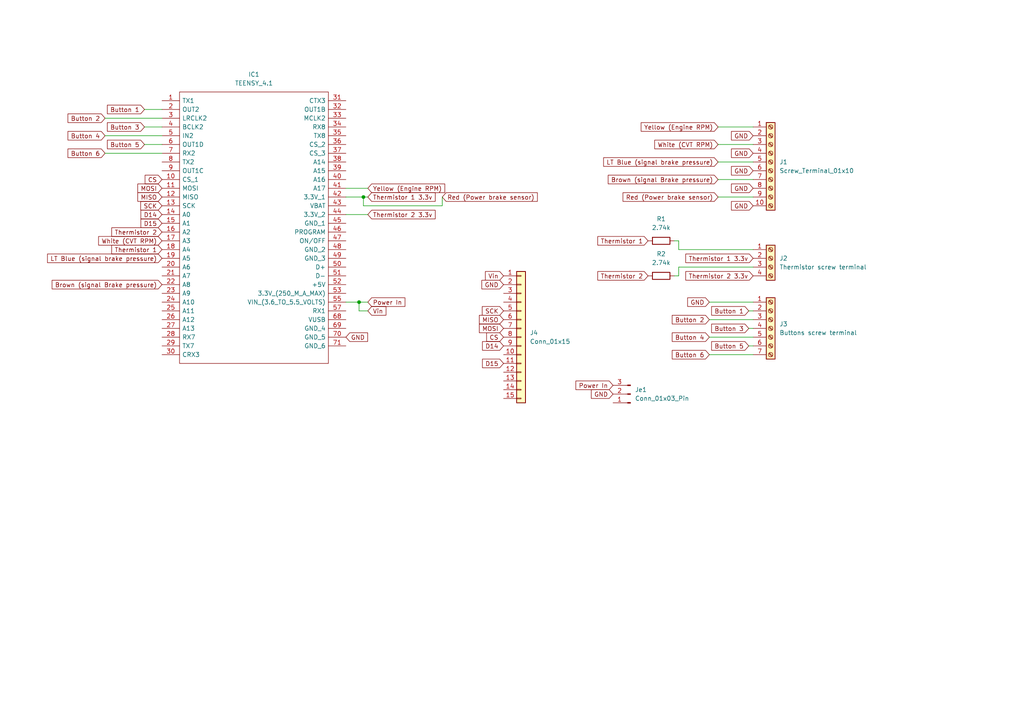
<source format=kicad_sch>
(kicad_sch (version 20230121) (generator eeschema)

  (uuid ec31f49f-cb54-453a-b768-985f77bce1db)

  (paper "A4")

  (lib_symbols
    (symbol "Connector:Conn_01x03_Pin" (pin_names (offset 1.016) hide) (in_bom yes) (on_board yes)
      (property "Reference" "J" (at 0 5.08 0)
        (effects (font (size 1.27 1.27)))
      )
      (property "Value" "Conn_01x03_Pin" (at 0 -5.08 0)
        (effects (font (size 1.27 1.27)))
      )
      (property "Footprint" "" (at 0 0 0)
        (effects (font (size 1.27 1.27)) hide)
      )
      (property "Datasheet" "~" (at 0 0 0)
        (effects (font (size 1.27 1.27)) hide)
      )
      (property "ki_locked" "" (at 0 0 0)
        (effects (font (size 1.27 1.27)))
      )
      (property "ki_keywords" "connector" (at 0 0 0)
        (effects (font (size 1.27 1.27)) hide)
      )
      (property "ki_description" "Generic connector, single row, 01x03, script generated" (at 0 0 0)
        (effects (font (size 1.27 1.27)) hide)
      )
      (property "ki_fp_filters" "Connector*:*_1x??_*" (at 0 0 0)
        (effects (font (size 1.27 1.27)) hide)
      )
      (symbol "Conn_01x03_Pin_1_1"
        (polyline
          (pts
            (xy 1.27 -2.54)
            (xy 0.8636 -2.54)
          )
          (stroke (width 0.1524) (type default))
          (fill (type none))
        )
        (polyline
          (pts
            (xy 1.27 0)
            (xy 0.8636 0)
          )
          (stroke (width 0.1524) (type default))
          (fill (type none))
        )
        (polyline
          (pts
            (xy 1.27 2.54)
            (xy 0.8636 2.54)
          )
          (stroke (width 0.1524) (type default))
          (fill (type none))
        )
        (rectangle (start 0.8636 -2.413) (end 0 -2.667)
          (stroke (width 0.1524) (type default))
          (fill (type outline))
        )
        (rectangle (start 0.8636 0.127) (end 0 -0.127)
          (stroke (width 0.1524) (type default))
          (fill (type outline))
        )
        (rectangle (start 0.8636 2.667) (end 0 2.413)
          (stroke (width 0.1524) (type default))
          (fill (type outline))
        )
        (pin passive line (at 5.08 2.54 180) (length 3.81)
          (name "Pin_1" (effects (font (size 1.27 1.27))))
          (number "1" (effects (font (size 1.27 1.27))))
        )
        (pin passive line (at 5.08 0 180) (length 3.81)
          (name "Pin_2" (effects (font (size 1.27 1.27))))
          (number "2" (effects (font (size 1.27 1.27))))
        )
        (pin passive line (at 5.08 -2.54 180) (length 3.81)
          (name "Pin_3" (effects (font (size 1.27 1.27))))
          (number "3" (effects (font (size 1.27 1.27))))
        )
      )
    )
    (symbol "Connector:Screw_Terminal_01x04" (pin_names (offset 1.016) hide) (in_bom yes) (on_board yes)
      (property "Reference" "J2" (at 2.54 0 0)
        (effects (font (size 1.27 1.27)) (justify left))
      )
      (property "Value" "Thermistor screw terminal" (at 2.54 -2.54 0)
        (effects (font (size 1.27 1.27)) (justify left))
      )
      (property "Footprint" "Connector_PinSocket_2.54mm:PinSocket_1x04_P2.54mm_Vertical" (at 0 0 0)
        (effects (font (size 1.27 1.27)) hide)
      )
      (property "Datasheet" "~" (at 0 0 0)
        (effects (font (size 1.27 1.27)) hide)
      )
      (property "ki_keywords" "screw terminal" (at 0 0 0)
        (effects (font (size 1.27 1.27)) hide)
      )
      (property "ki_description" "Generic screw terminal, single row, 01x04, script generated (kicad-library-utils/schlib/autogen/connector/)" (at 0 0 0)
        (effects (font (size 1.27 1.27)) hide)
      )
      (property "ki_fp_filters" "TerminalBlock*:*" (at 0 0 0)
        (effects (font (size 1.27 1.27)) hide)
      )
      (symbol "Screw_Terminal_01x04_1_1"
        (rectangle (start -1.27 3.81) (end 1.27 -6.35)
          (stroke (width 0.254) (type default))
          (fill (type background))
        )
        (circle (center 0 -5.08) (radius 0.635)
          (stroke (width 0.1524) (type default))
          (fill (type none))
        )
        (circle (center 0 -2.54) (radius 0.635)
          (stroke (width 0.1524) (type default))
          (fill (type none))
        )
        (polyline
          (pts
            (xy -0.5334 -4.7498)
            (xy 0.3302 -5.588)
          )
          (stroke (width 0.1524) (type default))
          (fill (type none))
        )
        (polyline
          (pts
            (xy -0.5334 -2.2098)
            (xy 0.3302 -3.048)
          )
          (stroke (width 0.1524) (type default))
          (fill (type none))
        )
        (polyline
          (pts
            (xy -0.5334 0.3302)
            (xy 0.3302 -0.508)
          )
          (stroke (width 0.1524) (type default))
          (fill (type none))
        )
        (polyline
          (pts
            (xy -0.5334 2.8702)
            (xy 0.3302 2.032)
          )
          (stroke (width 0.1524) (type default))
          (fill (type none))
        )
        (polyline
          (pts
            (xy -0.3556 -4.572)
            (xy 0.508 -5.4102)
          )
          (stroke (width 0.1524) (type default))
          (fill (type none))
        )
        (polyline
          (pts
            (xy -0.3556 -2.032)
            (xy 0.508 -2.8702)
          )
          (stroke (width 0.1524) (type default))
          (fill (type none))
        )
        (polyline
          (pts
            (xy -0.3556 0.508)
            (xy 0.508 -0.3302)
          )
          (stroke (width 0.1524) (type default))
          (fill (type none))
        )
        (polyline
          (pts
            (xy -0.3556 3.048)
            (xy 0.508 2.2098)
          )
          (stroke (width 0.1524) (type default))
          (fill (type none))
        )
        (circle (center 0 0) (radius 0.635)
          (stroke (width 0.1524) (type default))
          (fill (type none))
        )
        (circle (center 0 2.54) (radius 0.635)
          (stroke (width 0.1524) (type default))
          (fill (type none))
        )
        (pin passive line (at -5.08 2.54 0) (length 3.81)
          (name "Pin_1" (effects (font (size 1.27 1.27))))
          (number "1" (effects (font (size 1.27 1.27))))
        )
        (pin passive line (at -5.08 0 0) (length 3.81)
          (name "Pin_2" (effects (font (size 1.27 1.27))))
          (number "2" (effects (font (size 1.27 1.27))))
        )
        (pin passive line (at -5.08 -2.54 0) (length 3.81)
          (name "Pin_3" (effects (font (size 1.27 1.27))))
          (number "3" (effects (font (size 1.27 1.27))))
        )
        (pin passive line (at -5.08 -5.08 0) (length 3.81)
          (name "Pin_4" (effects (font (size 1.27 1.27))))
          (number "4" (effects (font (size 1.27 1.27))))
        )
      )
    )
    (symbol "Connector:Screw_Terminal_01x07" (pin_names (offset 1.016) hide) (in_bom yes) (on_board yes)
      (property "Reference" "J3" (at 2.54 1.27 0)
        (effects (font (size 1.27 1.27)) (justify left))
      )
      (property "Value" "Buttons screw terminal" (at 2.54 -1.27 0)
        (effects (font (size 1.27 1.27)) (justify left))
      )
      (property "Footprint" "Connector_PinSocket_2.54mm:PinSocket_1x07_P2.54mm_Vertical" (at 0 0 0)
        (effects (font (size 1.27 1.27)) hide)
      )
      (property "Datasheet" "~" (at 0 0 0)
        (effects (font (size 1.27 1.27)) hide)
      )
      (property "ki_keywords" "screw terminal" (at 0 0 0)
        (effects (font (size 1.27 1.27)) hide)
      )
      (property "ki_description" "Generic screw terminal, single row, 01x07, script generated (kicad-library-utils/schlib/autogen/connector/)" (at 0 0 0)
        (effects (font (size 1.27 1.27)) hide)
      )
      (property "ki_fp_filters" "TerminalBlock*:*" (at 0 0 0)
        (effects (font (size 1.27 1.27)) hide)
      )
      (symbol "Screw_Terminal_01x07_1_1"
        (rectangle (start -1.27 8.89) (end 1.27 -8.89)
          (stroke (width 0.254) (type default))
          (fill (type background))
        )
        (circle (center 0 -7.62) (radius 0.635)
          (stroke (width 0.1524) (type default))
          (fill (type none))
        )
        (circle (center 0 -5.08) (radius 0.635)
          (stroke (width 0.1524) (type default))
          (fill (type none))
        )
        (circle (center 0 -2.54) (radius 0.635)
          (stroke (width 0.1524) (type default))
          (fill (type none))
        )
        (polyline
          (pts
            (xy -0.5334 -7.2898)
            (xy 0.3302 -8.128)
          )
          (stroke (width 0.1524) (type default))
          (fill (type none))
        )
        (polyline
          (pts
            (xy -0.5334 -4.7498)
            (xy 0.3302 -5.588)
          )
          (stroke (width 0.1524) (type default))
          (fill (type none))
        )
        (polyline
          (pts
            (xy -0.5334 -2.2098)
            (xy 0.3302 -3.048)
          )
          (stroke (width 0.1524) (type default))
          (fill (type none))
        )
        (polyline
          (pts
            (xy -0.5334 0.3302)
            (xy 0.3302 -0.508)
          )
          (stroke (width 0.1524) (type default))
          (fill (type none))
        )
        (polyline
          (pts
            (xy -0.5334 2.8702)
            (xy 0.3302 2.032)
          )
          (stroke (width 0.1524) (type default))
          (fill (type none))
        )
        (polyline
          (pts
            (xy -0.5334 5.4102)
            (xy 0.3302 4.572)
          )
          (stroke (width 0.1524) (type default))
          (fill (type none))
        )
        (polyline
          (pts
            (xy -0.5334 7.9502)
            (xy 0.3302 7.112)
          )
          (stroke (width 0.1524) (type default))
          (fill (type none))
        )
        (polyline
          (pts
            (xy -0.3556 -7.112)
            (xy 0.508 -7.9502)
          )
          (stroke (width 0.1524) (type default))
          (fill (type none))
        )
        (polyline
          (pts
            (xy -0.3556 -4.572)
            (xy 0.508 -5.4102)
          )
          (stroke (width 0.1524) (type default))
          (fill (type none))
        )
        (polyline
          (pts
            (xy -0.3556 -2.032)
            (xy 0.508 -2.8702)
          )
          (stroke (width 0.1524) (type default))
          (fill (type none))
        )
        (polyline
          (pts
            (xy -0.3556 0.508)
            (xy 0.508 -0.3302)
          )
          (stroke (width 0.1524) (type default))
          (fill (type none))
        )
        (polyline
          (pts
            (xy -0.3556 3.048)
            (xy 0.508 2.2098)
          )
          (stroke (width 0.1524) (type default))
          (fill (type none))
        )
        (polyline
          (pts
            (xy -0.3556 5.588)
            (xy 0.508 4.7498)
          )
          (stroke (width 0.1524) (type default))
          (fill (type none))
        )
        (polyline
          (pts
            (xy -0.3556 8.128)
            (xy 0.508 7.2898)
          )
          (stroke (width 0.1524) (type default))
          (fill (type none))
        )
        (circle (center 0 0) (radius 0.635)
          (stroke (width 0.1524) (type default))
          (fill (type none))
        )
        (circle (center 0 2.54) (radius 0.635)
          (stroke (width 0.1524) (type default))
          (fill (type none))
        )
        (circle (center 0 5.08) (radius 0.635)
          (stroke (width 0.1524) (type default))
          (fill (type none))
        )
        (circle (center 0 7.62) (radius 0.635)
          (stroke (width 0.1524) (type default))
          (fill (type none))
        )
        (pin passive line (at -5.08 7.62 0) (length 3.81)
          (name "Pin_1" (effects (font (size 1.27 1.27))))
          (number "1" (effects (font (size 1.27 1.27))))
        )
        (pin passive line (at -5.08 5.08 0) (length 3.81)
          (name "Pin_2" (effects (font (size 1.27 1.27))))
          (number "2" (effects (font (size 1.27 1.27))))
        )
        (pin passive line (at -5.08 2.54 0) (length 3.81)
          (name "Pin_3" (effects (font (size 1.27 1.27))))
          (number "3" (effects (font (size 1.27 1.27))))
        )
        (pin passive line (at -5.08 0 0) (length 3.81)
          (name "Pin_4" (effects (font (size 1.27 1.27))))
          (number "4" (effects (font (size 1.27 1.27))))
        )
        (pin passive line (at -5.08 -2.54 0) (length 3.81)
          (name "Pin_5" (effects (font (size 1.27 1.27))))
          (number "5" (effects (font (size 1.27 1.27))))
        )
        (pin passive line (at -5.08 -5.08 0) (length 3.81)
          (name "Pin_6" (effects (font (size 1.27 1.27))))
          (number "6" (effects (font (size 1.27 1.27))))
        )
        (pin passive line (at -5.08 -7.62 0) (length 3.81)
          (name "Pin_7" (effects (font (size 1.27 1.27))))
          (number "7" (effects (font (size 1.27 1.27))))
        )
      )
    )
    (symbol "Connector:Screw_Terminal_01x10" (pin_names (offset 1.016) hide) (in_bom yes) (on_board yes)
      (property "Reference" "J1" (at 2.54 0 0)
        (effects (font (size 1.27 1.27)) (justify left))
      )
      (property "Value" "Screw_Terminal_01x10" (at 2.54 -2.54 0)
        (effects (font (size 1.27 1.27)) (justify left))
      )
      (property "Footprint" "Connector_PinHeader_2.54mm:PinHeader_1x10_P2.54mm_Vertical" (at 2.54 -15.24 0)
        (effects (font (size 1.27 1.27)) hide)
      )
      (property "Datasheet" "~" (at 0 0 0)
        (effects (font (size 1.27 1.27)) hide)
      )
      (property "ki_keywords" "screw terminal" (at 0 0 0)
        (effects (font (size 1.27 1.27)) hide)
      )
      (property "ki_description" "Generic screw terminal, single row, 01x10, script generated (kicad-library-utils/schlib/autogen/connector/)" (at 0 0 0)
        (effects (font (size 1.27 1.27)) hide)
      )
      (property "ki_fp_filters" "TerminalBlock*:*" (at 0 0 0)
        (effects (font (size 1.27 1.27)) hide)
      )
      (symbol "Screw_Terminal_01x10_1_1"
        (rectangle (start -1.27 11.43) (end 1.27 -13.97)
          (stroke (width 0.254) (type default))
          (fill (type background))
        )
        (circle (center 0 -12.7) (radius 0.635)
          (stroke (width 0.1524) (type default))
          (fill (type none))
        )
        (circle (center 0 -10.16) (radius 0.635)
          (stroke (width 0.1524) (type default))
          (fill (type none))
        )
        (circle (center 0 -7.62) (radius 0.635)
          (stroke (width 0.1524) (type default))
          (fill (type none))
        )
        (circle (center 0 -5.08) (radius 0.635)
          (stroke (width 0.1524) (type default))
          (fill (type none))
        )
        (circle (center 0 -2.54) (radius 0.635)
          (stroke (width 0.1524) (type default))
          (fill (type none))
        )
        (polyline
          (pts
            (xy -0.5334 -12.3698)
            (xy 0.3302 -13.208)
          )
          (stroke (width 0.1524) (type default))
          (fill (type none))
        )
        (polyline
          (pts
            (xy -0.5334 -9.8298)
            (xy 0.3302 -10.668)
          )
          (stroke (width 0.1524) (type default))
          (fill (type none))
        )
        (polyline
          (pts
            (xy -0.5334 -7.2898)
            (xy 0.3302 -8.128)
          )
          (stroke (width 0.1524) (type default))
          (fill (type none))
        )
        (polyline
          (pts
            (xy -0.5334 -4.7498)
            (xy 0.3302 -5.588)
          )
          (stroke (width 0.1524) (type default))
          (fill (type none))
        )
        (polyline
          (pts
            (xy -0.5334 -2.2098)
            (xy 0.3302 -3.048)
          )
          (stroke (width 0.1524) (type default))
          (fill (type none))
        )
        (polyline
          (pts
            (xy -0.5334 0.3302)
            (xy 0.3302 -0.508)
          )
          (stroke (width 0.1524) (type default))
          (fill (type none))
        )
        (polyline
          (pts
            (xy -0.5334 2.8702)
            (xy 0.3302 2.032)
          )
          (stroke (width 0.1524) (type default))
          (fill (type none))
        )
        (polyline
          (pts
            (xy -0.5334 5.4102)
            (xy 0.3302 4.572)
          )
          (stroke (width 0.1524) (type default))
          (fill (type none))
        )
        (polyline
          (pts
            (xy -0.5334 7.9502)
            (xy 0.3302 7.112)
          )
          (stroke (width 0.1524) (type default))
          (fill (type none))
        )
        (polyline
          (pts
            (xy -0.5334 10.4902)
            (xy 0.3302 9.652)
          )
          (stroke (width 0.1524) (type default))
          (fill (type none))
        )
        (polyline
          (pts
            (xy -0.3556 -12.192)
            (xy 0.508 -13.0302)
          )
          (stroke (width 0.1524) (type default))
          (fill (type none))
        )
        (polyline
          (pts
            (xy -0.3556 -9.652)
            (xy 0.508 -10.4902)
          )
          (stroke (width 0.1524) (type default))
          (fill (type none))
        )
        (polyline
          (pts
            (xy -0.3556 -7.112)
            (xy 0.508 -7.9502)
          )
          (stroke (width 0.1524) (type default))
          (fill (type none))
        )
        (polyline
          (pts
            (xy -0.3556 -4.572)
            (xy 0.508 -5.4102)
          )
          (stroke (width 0.1524) (type default))
          (fill (type none))
        )
        (polyline
          (pts
            (xy -0.3556 -2.032)
            (xy 0.508 -2.8702)
          )
          (stroke (width 0.1524) (type default))
          (fill (type none))
        )
        (polyline
          (pts
            (xy -0.3556 0.508)
            (xy 0.508 -0.3302)
          )
          (stroke (width 0.1524) (type default))
          (fill (type none))
        )
        (polyline
          (pts
            (xy -0.3556 3.048)
            (xy 0.508 2.2098)
          )
          (stroke (width 0.1524) (type default))
          (fill (type none))
        )
        (polyline
          (pts
            (xy -0.3556 5.588)
            (xy 0.508 4.7498)
          )
          (stroke (width 0.1524) (type default))
          (fill (type none))
        )
        (polyline
          (pts
            (xy -0.3556 8.128)
            (xy 0.508 7.2898)
          )
          (stroke (width 0.1524) (type default))
          (fill (type none))
        )
        (polyline
          (pts
            (xy -0.3556 10.668)
            (xy 0.508 9.8298)
          )
          (stroke (width 0.1524) (type default))
          (fill (type none))
        )
        (circle (center 0 0) (radius 0.635)
          (stroke (width 0.1524) (type default))
          (fill (type none))
        )
        (circle (center 0 2.54) (radius 0.635)
          (stroke (width 0.1524) (type default))
          (fill (type none))
        )
        (circle (center 0 5.08) (radius 0.635)
          (stroke (width 0.1524) (type default))
          (fill (type none))
        )
        (circle (center 0 7.62) (radius 0.635)
          (stroke (width 0.1524) (type default))
          (fill (type none))
        )
        (circle (center 0 10.16) (radius 0.635)
          (stroke (width 0.1524) (type default))
          (fill (type none))
        )
        (pin passive line (at -5.08 10.16 0) (length 3.81)
          (name "Pin_1" (effects (font (size 1.27 1.27))))
          (number "1" (effects (font (size 1.27 1.27))))
        )
        (pin passive line (at -5.08 -12.7 0) (length 3.81)
          (name "Pin_10" (effects (font (size 1.27 1.27))))
          (number "10" (effects (font (size 1.27 1.27))))
        )
        (pin passive line (at -5.08 7.62 0) (length 3.81)
          (name "Pin_2" (effects (font (size 1.27 1.27))))
          (number "2" (effects (font (size 1.27 1.27))))
        )
        (pin passive line (at -5.08 5.08 0) (length 3.81)
          (name "Pin_3" (effects (font (size 1.27 1.27))))
          (number "3" (effects (font (size 1.27 1.27))))
        )
        (pin passive line (at -5.08 2.54 0) (length 3.81)
          (name "Pin_4" (effects (font (size 1.27 1.27))))
          (number "4" (effects (font (size 1.27 1.27))))
        )
        (pin passive line (at -5.08 0 0) (length 3.81)
          (name "Pin_5" (effects (font (size 1.27 1.27))))
          (number "5" (effects (font (size 1.27 1.27))))
        )
        (pin passive line (at -5.08 -2.54 0) (length 3.81)
          (name "Pin_6" (effects (font (size 1.27 1.27))))
          (number "6" (effects (font (size 1.27 1.27))))
        )
        (pin passive line (at -5.08 -5.08 0) (length 3.81)
          (name "Pin_7" (effects (font (size 1.27 1.27))))
          (number "7" (effects (font (size 1.27 1.27))))
        )
        (pin passive line (at -5.08 -7.62 0) (length 3.81)
          (name "Pin_8" (effects (font (size 1.27 1.27))))
          (number "8" (effects (font (size 1.27 1.27))))
        )
        (pin passive line (at -5.08 -10.16 0) (length 3.81)
          (name "Pin_9" (effects (font (size 1.27 1.27))))
          (number "9" (effects (font (size 1.27 1.27))))
        )
      )
    )
    (symbol "Connector_Generic:Conn_01x15" (pin_names (offset 1.016) hide) (in_bom yes) (on_board yes)
      (property "Reference" "J4" (at 2.54 1.27 0)
        (effects (font (size 1.27 1.27)) (justify left))
      )
      (property "Value" "Conn_01x15" (at 2.54 -1.27 0)
        (effects (font (size 1.27 1.27)) (justify left))
      )
      (property "Footprint" "Connector_PinSocket_2.54mm:PinSocket_1x15_P2.54mm_Vertical" (at 0 0 0)
        (effects (font (size 1.27 1.27)) hide)
      )
      (property "Datasheet" "~" (at 0 0 0)
        (effects (font (size 1.27 1.27)) hide)
      )
      (property "ki_keywords" "connector" (at 0 0 0)
        (effects (font (size 1.27 1.27)) hide)
      )
      (property "ki_description" "Generic connector, single row, 01x15, script generated (kicad-library-utils/schlib/autogen/connector/)" (at 0 0 0)
        (effects (font (size 1.27 1.27)) hide)
      )
      (property "ki_fp_filters" "Connector*:*_1x??_*" (at 0 0 0)
        (effects (font (size 1.27 1.27)) hide)
      )
      (symbol "Conn_01x15_1_1"
        (rectangle (start -1.27 -17.653) (end 0 -17.907)
          (stroke (width 0.1524) (type default))
          (fill (type none))
        )
        (rectangle (start -1.27 -15.113) (end 0 -15.367)
          (stroke (width 0.1524) (type default))
          (fill (type none))
        )
        (rectangle (start -1.27 -12.573) (end 0 -12.827)
          (stroke (width 0.1524) (type default))
          (fill (type none))
        )
        (rectangle (start -1.27 -10.033) (end 0 -10.287)
          (stroke (width 0.1524) (type default))
          (fill (type none))
        )
        (rectangle (start -1.27 -7.493) (end 0 -7.747)
          (stroke (width 0.1524) (type default))
          (fill (type none))
        )
        (rectangle (start -1.27 -4.953) (end 0 -5.207)
          (stroke (width 0.1524) (type default))
          (fill (type none))
        )
        (rectangle (start -1.27 -2.413) (end 0 -2.667)
          (stroke (width 0.1524) (type default))
          (fill (type none))
        )
        (rectangle (start -1.27 0.127) (end 0 -0.127)
          (stroke (width 0.1524) (type default))
          (fill (type none))
        )
        (rectangle (start -1.27 2.667) (end 0 2.413)
          (stroke (width 0.1524) (type default))
          (fill (type none))
        )
        (rectangle (start -1.27 5.207) (end 0 4.953)
          (stroke (width 0.1524) (type default))
          (fill (type none))
        )
        (rectangle (start -1.27 7.747) (end 0 7.493)
          (stroke (width 0.1524) (type default))
          (fill (type none))
        )
        (rectangle (start -1.27 10.287) (end 0 10.033)
          (stroke (width 0.1524) (type default))
          (fill (type none))
        )
        (rectangle (start -1.27 12.827) (end 0 12.573)
          (stroke (width 0.1524) (type default))
          (fill (type none))
        )
        (rectangle (start -1.27 15.367) (end 0 15.113)
          (stroke (width 0.1524) (type default))
          (fill (type none))
        )
        (rectangle (start -1.27 17.907) (end 0 17.653)
          (stroke (width 0.1524) (type default))
          (fill (type none))
        )
        (rectangle (start -1.27 19.05) (end 1.27 -19.05)
          (stroke (width 0.254) (type default))
          (fill (type background))
        )
        (pin passive line (at -5.08 17.78 0) (length 3.81)
          (name "Pin_1" (effects (font (size 1.27 1.27))))
          (number "1" (effects (font (size 1.27 1.27))))
        )
        (pin passive line (at -5.08 -5.08 0) (length 3.81)
          (name "Pin_10" (effects (font (size 1.27 1.27))))
          (number "10" (effects (font (size 1.27 1.27))))
        )
        (pin passive line (at -5.08 -7.62 0) (length 3.81)
          (name "Pin_11" (effects (font (size 1.27 1.27))))
          (number "11" (effects (font (size 1.27 1.27))))
        )
        (pin passive line (at -5.08 -10.16 0) (length 3.81)
          (name "Pin_12" (effects (font (size 1.27 1.27))))
          (number "12" (effects (font (size 1.27 1.27))))
        )
        (pin passive line (at -5.08 -12.7 0) (length 3.81)
          (name "Pin_13" (effects (font (size 1.27 1.27))))
          (number "13" (effects (font (size 1.27 1.27))))
        )
        (pin passive line (at -5.08 -15.24 0) (length 3.81)
          (name "Pin_14" (effects (font (size 1.27 1.27))))
          (number "14" (effects (font (size 1.27 1.27))))
        )
        (pin passive line (at -5.08 -17.78 0) (length 3.81)
          (name "Pin_15" (effects (font (size 1.27 1.27))))
          (number "15" (effects (font (size 1.27 1.27))))
        )
        (pin passive line (at -5.08 15.24 0) (length 3.81)
          (name "Pin_2" (effects (font (size 1.27 1.27))))
          (number "2" (effects (font (size 1.27 1.27))))
        )
        (pin passive line (at -5.08 12.7 0) (length 3.81)
          (name "Pin_3" (effects (font (size 1.27 1.27))))
          (number "3" (effects (font (size 1.27 1.27))))
        )
        (pin passive line (at -5.08 10.16 0) (length 3.81)
          (name "Pin_4" (effects (font (size 1.27 1.27))))
          (number "4" (effects (font (size 1.27 1.27))))
        )
        (pin passive line (at -5.08 7.62 0) (length 3.81)
          (name "Pin_5" (effects (font (size 1.27 1.27))))
          (number "5" (effects (font (size 1.27 1.27))))
        )
        (pin passive line (at -5.08 5.08 0) (length 3.81)
          (name "Pin_6" (effects (font (size 1.27 1.27))))
          (number "6" (effects (font (size 1.27 1.27))))
        )
        (pin passive line (at -5.08 2.54 0) (length 3.81)
          (name "Pin_7" (effects (font (size 1.27 1.27))))
          (number "7" (effects (font (size 1.27 1.27))))
        )
        (pin passive line (at -5.08 0 0) (length 3.81)
          (name "Pin_8" (effects (font (size 1.27 1.27))))
          (number "8" (effects (font (size 1.27 1.27))))
        )
        (pin passive line (at -5.08 -2.54 0) (length 3.81)
          (name "Pin_9" (effects (font (size 1.27 1.27))))
          (number "9" (effects (font (size 1.27 1.27))))
        )
      )
    )
    (symbol "DAQ Parts:TEENSY_4.1" (pin_names (offset 0.762)) (in_bom yes) (on_board yes)
      (property "Reference" "IC" (at 49.53 7.62 0)
        (effects (font (size 1.27 1.27)) (justify left))
      )
      (property "Value" "TEENSY_4.1" (at 49.53 5.08 0)
        (effects (font (size 1.27 1.27)) (justify left))
      )
      (property "Footprint" "PARTS FOR DAQ:TEENSY41" (at 49.53 2.54 0)
        (effects (font (size 1.27 1.27)) (justify left) hide)
      )
      (property "Datasheet" "https://www.pjrc.com/store/teensy41.html" (at 49.53 0 0)
        (effects (font (size 1.27 1.27)) (justify left) hide)
      )
      (property "Description" "Teensy 4.1 Development Board" (at 49.53 -2.54 0)
        (effects (font (size 1.27 1.27)) (justify left) hide)
      )
      (property "Height" "" (at 49.53 -5.08 0)
        (effects (font (size 1.27 1.27)) (justify left) hide)
      )
      (property "Manufacturer_Name" "PJRC" (at 49.53 -7.62 0)
        (effects (font (size 1.27 1.27)) (justify left) hide)
      )
      (property "Manufacturer_Part_Number" "TEENSY 4.1" (at 49.53 -10.16 0)
        (effects (font (size 1.27 1.27)) (justify left) hide)
      )
      (property "Mouser Part Number" "" (at 49.53 -12.7 0)
        (effects (font (size 1.27 1.27)) (justify left) hide)
      )
      (property "Mouser Price/Stock" "" (at 49.53 -15.24 0)
        (effects (font (size 1.27 1.27)) (justify left) hide)
      )
      (property "Arrow Part Number" "" (at 49.53 -17.78 0)
        (effects (font (size 1.27 1.27)) (justify left) hide)
      )
      (property "Arrow Price/Stock" "" (at 49.53 -20.32 0)
        (effects (font (size 1.27 1.27)) (justify left) hide)
      )
      (property "ki_description" "Teensy 4.1 Development Board" (at 0 0 0)
        (effects (font (size 1.27 1.27)) hide)
      )
      (symbol "TEENSY_4.1_0_0"
        (pin passive line (at 0 0 0) (length 5.08)
          (name "TX1" (effects (font (size 1.27 1.27))))
          (number "1" (effects (font (size 1.27 1.27))))
        )
        (pin passive line (at 0 -22.86 0) (length 5.08)
          (name "CS_1" (effects (font (size 1.27 1.27))))
          (number "10" (effects (font (size 1.27 1.27))))
        )
        (pin passive line (at 0 -25.4 0) (length 5.08)
          (name "MOSI" (effects (font (size 1.27 1.27))))
          (number "11" (effects (font (size 1.27 1.27))))
        )
        (pin passive line (at 0 -27.94 0) (length 5.08)
          (name "MISO" (effects (font (size 1.27 1.27))))
          (number "12" (effects (font (size 1.27 1.27))))
        )
        (pin passive line (at 0 -30.48 0) (length 5.08)
          (name "SCK" (effects (font (size 1.27 1.27))))
          (number "13" (effects (font (size 1.27 1.27))))
        )
        (pin passive line (at 0 -33.02 0) (length 5.08)
          (name "A0" (effects (font (size 1.27 1.27))))
          (number "14" (effects (font (size 1.27 1.27))))
        )
        (pin passive line (at 0 -35.56 0) (length 5.08)
          (name "A1" (effects (font (size 1.27 1.27))))
          (number "15" (effects (font (size 1.27 1.27))))
        )
        (pin passive line (at 0 -38.1 0) (length 5.08)
          (name "A2" (effects (font (size 1.27 1.27))))
          (number "16" (effects (font (size 1.27 1.27))))
        )
        (pin passive line (at 0 -40.64 0) (length 5.08)
          (name "A3" (effects (font (size 1.27 1.27))))
          (number "17" (effects (font (size 1.27 1.27))))
        )
        (pin passive line (at 0 -43.18 0) (length 5.08)
          (name "A4" (effects (font (size 1.27 1.27))))
          (number "18" (effects (font (size 1.27 1.27))))
        )
        (pin passive line (at 0 -45.72 0) (length 5.08)
          (name "A5" (effects (font (size 1.27 1.27))))
          (number "19" (effects (font (size 1.27 1.27))))
        )
        (pin passive line (at 0 -2.54 0) (length 5.08)
          (name "OUT2" (effects (font (size 1.27 1.27))))
          (number "2" (effects (font (size 1.27 1.27))))
        )
        (pin passive line (at 0 -48.26 0) (length 5.08)
          (name "A6" (effects (font (size 1.27 1.27))))
          (number "20" (effects (font (size 1.27 1.27))))
        )
        (pin passive line (at 0 -50.8 0) (length 5.08)
          (name "A7" (effects (font (size 1.27 1.27))))
          (number "21" (effects (font (size 1.27 1.27))))
        )
        (pin passive line (at 0 -53.34 0) (length 5.08)
          (name "A8" (effects (font (size 1.27 1.27))))
          (number "22" (effects (font (size 1.27 1.27))))
        )
        (pin passive line (at 0 -55.88 0) (length 5.08)
          (name "A9" (effects (font (size 1.27 1.27))))
          (number "23" (effects (font (size 1.27 1.27))))
        )
        (pin passive line (at 0 -58.42 0) (length 5.08)
          (name "A10" (effects (font (size 1.27 1.27))))
          (number "24" (effects (font (size 1.27 1.27))))
        )
        (pin passive line (at 0 -60.96 0) (length 5.08)
          (name "A11" (effects (font (size 1.27 1.27))))
          (number "25" (effects (font (size 1.27 1.27))))
        )
        (pin passive line (at 0 -63.5 0) (length 5.08)
          (name "A12" (effects (font (size 1.27 1.27))))
          (number "26" (effects (font (size 1.27 1.27))))
        )
        (pin passive line (at 0 -66.04 0) (length 5.08)
          (name "A13" (effects (font (size 1.27 1.27))))
          (number "27" (effects (font (size 1.27 1.27))))
        )
        (pin passive line (at 0 -68.58 0) (length 5.08)
          (name "RX7" (effects (font (size 1.27 1.27))))
          (number "28" (effects (font (size 1.27 1.27))))
        )
        (pin passive line (at 0 -71.12 0) (length 5.08)
          (name "TX7" (effects (font (size 1.27 1.27))))
          (number "29" (effects (font (size 1.27 1.27))))
        )
        (pin passive line (at 0 -5.08 0) (length 5.08)
          (name "LRCLK2" (effects (font (size 1.27 1.27))))
          (number "3" (effects (font (size 1.27 1.27))))
        )
        (pin passive line (at 0 -73.66 0) (length 5.08)
          (name "CRX3" (effects (font (size 1.27 1.27))))
          (number "30" (effects (font (size 1.27 1.27))))
        )
        (pin passive line (at 53.34 0 180) (length 5.08)
          (name "CTX3" (effects (font (size 1.27 1.27))))
          (number "31" (effects (font (size 1.27 1.27))))
        )
        (pin passive line (at 53.34 -2.54 180) (length 5.08)
          (name "OUT1B" (effects (font (size 1.27 1.27))))
          (number "32" (effects (font (size 1.27 1.27))))
        )
        (pin passive line (at 53.34 -5.08 180) (length 5.08)
          (name "MCLK2" (effects (font (size 1.27 1.27))))
          (number "33" (effects (font (size 1.27 1.27))))
        )
        (pin passive line (at 53.34 -7.62 180) (length 5.08)
          (name "RX8" (effects (font (size 1.27 1.27))))
          (number "34" (effects (font (size 1.27 1.27))))
        )
        (pin passive line (at 53.34 -10.16 180) (length 5.08)
          (name "TX8" (effects (font (size 1.27 1.27))))
          (number "35" (effects (font (size 1.27 1.27))))
        )
        (pin passive line (at 53.34 -12.7 180) (length 5.08)
          (name "CS_2" (effects (font (size 1.27 1.27))))
          (number "36" (effects (font (size 1.27 1.27))))
        )
        (pin passive line (at 53.34 -15.24 180) (length 5.08)
          (name "CS_3" (effects (font (size 1.27 1.27))))
          (number "37" (effects (font (size 1.27 1.27))))
        )
        (pin passive line (at 53.34 -17.78 180) (length 5.08)
          (name "A14" (effects (font (size 1.27 1.27))))
          (number "38" (effects (font (size 1.27 1.27))))
        )
        (pin passive line (at 53.34 -20.32 180) (length 5.08)
          (name "A15" (effects (font (size 1.27 1.27))))
          (number "39" (effects (font (size 1.27 1.27))))
        )
        (pin passive line (at 0 -7.62 0) (length 5.08)
          (name "BCLK2" (effects (font (size 1.27 1.27))))
          (number "4" (effects (font (size 1.27 1.27))))
        )
        (pin passive line (at 53.34 -22.86 180) (length 5.08)
          (name "A16" (effects (font (size 1.27 1.27))))
          (number "40" (effects (font (size 1.27 1.27))))
        )
        (pin passive line (at 53.34 -25.4 180) (length 5.08)
          (name "A17" (effects (font (size 1.27 1.27))))
          (number "41" (effects (font (size 1.27 1.27))))
        )
        (pin passive line (at 53.34 -27.94 180) (length 5.08)
          (name "3.3V_1" (effects (font (size 1.27 1.27))))
          (number "42" (effects (font (size 1.27 1.27))))
        )
        (pin passive line (at 53.34 -30.48 180) (length 5.08)
          (name "VBAT" (effects (font (size 1.27 1.27))))
          (number "43" (effects (font (size 1.27 1.27))))
        )
        (pin passive line (at 53.34 -33.02 180) (length 5.08)
          (name "3.3V_2" (effects (font (size 1.27 1.27))))
          (number "44" (effects (font (size 1.27 1.27))))
        )
        (pin passive line (at 53.34 -35.56 180) (length 5.08)
          (name "GND_1" (effects (font (size 1.27 1.27))))
          (number "45" (effects (font (size 1.27 1.27))))
        )
        (pin passive line (at 53.34 -38.1 180) (length 5.08)
          (name "PROGRAM" (effects (font (size 1.27 1.27))))
          (number "46" (effects (font (size 1.27 1.27))))
        )
        (pin passive line (at 53.34 -40.64 180) (length 5.08)
          (name "ON/OFF" (effects (font (size 1.27 1.27))))
          (number "47" (effects (font (size 1.27 1.27))))
        )
        (pin passive line (at 53.34 -43.18 180) (length 5.08)
          (name "GND_2" (effects (font (size 1.27 1.27))))
          (number "48" (effects (font (size 1.27 1.27))))
        )
        (pin passive line (at 53.34 -45.72 180) (length 5.08)
          (name "GND_3" (effects (font (size 1.27 1.27))))
          (number "49" (effects (font (size 1.27 1.27))))
        )
        (pin passive line (at 0 -10.16 0) (length 5.08)
          (name "IN2" (effects (font (size 1.27 1.27))))
          (number "5" (effects (font (size 1.27 1.27))))
        )
        (pin passive line (at 53.34 -48.26 180) (length 5.08)
          (name "D+" (effects (font (size 1.27 1.27))))
          (number "50" (effects (font (size 1.27 1.27))))
        )
        (pin passive line (at 53.34 -50.8 180) (length 5.08)
          (name "D-" (effects (font (size 1.27 1.27))))
          (number "51" (effects (font (size 1.27 1.27))))
        )
        (pin passive line (at 53.34 -53.34 180) (length 5.08)
          (name "+5V" (effects (font (size 1.27 1.27))))
          (number "52" (effects (font (size 1.27 1.27))))
        )
        (pin passive line (at 53.34 -55.88 180) (length 5.08)
          (name "3.3V_(250_M_A_MAX)" (effects (font (size 1.27 1.27))))
          (number "53" (effects (font (size 1.27 1.27))))
        )
        (pin passive line (at 53.34 -58.42 180) (length 5.08)
          (name "VIN_(3.6_TO_5.5_VOLTS)" (effects (font (size 1.27 1.27))))
          (number "55" (effects (font (size 1.27 1.27))))
        )
        (pin passive line (at 53.34 -60.96 180) (length 5.08)
          (name "RX1" (effects (font (size 1.27 1.27))))
          (number "57" (effects (font (size 1.27 1.27))))
        )
        (pin passive line (at 0 -12.7 0) (length 5.08)
          (name "OUT1D" (effects (font (size 1.27 1.27))))
          (number "6" (effects (font (size 1.27 1.27))))
        )
        (pin passive line (at 53.34 -63.5 180) (length 5.08)
          (name "VUSB" (effects (font (size 1.27 1.27))))
          (number "68" (effects (font (size 1.27 1.27))))
        )
        (pin passive line (at 53.34 -66.04 180) (length 5.08)
          (name "GND_4" (effects (font (size 1.27 1.27))))
          (number "69" (effects (font (size 1.27 1.27))))
        )
        (pin passive line (at 0 -15.24 0) (length 5.08)
          (name "RX2" (effects (font (size 1.27 1.27))))
          (number "7" (effects (font (size 1.27 1.27))))
        )
        (pin passive line (at 53.34 -68.58 180) (length 5.08)
          (name "GND_5" (effects (font (size 1.27 1.27))))
          (number "70" (effects (font (size 1.27 1.27))))
        )
        (pin passive line (at 53.34 -71.12 180) (length 5.08)
          (name "GND_6" (effects (font (size 1.27 1.27))))
          (number "71" (effects (font (size 1.27 1.27))))
        )
        (pin passive line (at 0 -17.78 0) (length 5.08)
          (name "TX2" (effects (font (size 1.27 1.27))))
          (number "8" (effects (font (size 1.27 1.27))))
        )
        (pin passive line (at 0 -20.32 0) (length 5.08)
          (name "OUT1C" (effects (font (size 1.27 1.27))))
          (number "9" (effects (font (size 1.27 1.27))))
        )
      )
      (symbol "TEENSY_4.1_0_1"
        (polyline
          (pts
            (xy 5.08 2.54)
            (xy 48.26 2.54)
            (xy 48.26 -76.2)
            (xy 5.08 -76.2)
            (xy 5.08 2.54)
          )
          (stroke (width 0.1524) (type solid))
          (fill (type none))
        )
      )
    )
    (symbol "Device:R" (pin_numbers hide) (pin_names (offset 0)) (in_bom yes) (on_board yes)
      (property "Reference" "R" (at 2.032 0 90)
        (effects (font (size 1.27 1.27)))
      )
      (property "Value" "R" (at 0 0 90)
        (effects (font (size 1.27 1.27)))
      )
      (property "Footprint" "" (at -1.778 0 90)
        (effects (font (size 1.27 1.27)) hide)
      )
      (property "Datasheet" "~" (at 0 0 0)
        (effects (font (size 1.27 1.27)) hide)
      )
      (property "ki_keywords" "R res resistor" (at 0 0 0)
        (effects (font (size 1.27 1.27)) hide)
      )
      (property "ki_description" "Resistor" (at 0 0 0)
        (effects (font (size 1.27 1.27)) hide)
      )
      (property "ki_fp_filters" "R_*" (at 0 0 0)
        (effects (font (size 1.27 1.27)) hide)
      )
      (symbol "R_0_1"
        (rectangle (start -1.016 -2.54) (end 1.016 2.54)
          (stroke (width 0.254) (type default))
          (fill (type none))
        )
      )
      (symbol "R_1_1"
        (pin passive line (at 0 3.81 270) (length 1.27)
          (name "~" (effects (font (size 1.27 1.27))))
          (number "1" (effects (font (size 1.27 1.27))))
        )
        (pin passive line (at 0 -3.81 90) (length 1.27)
          (name "~" (effects (font (size 1.27 1.27))))
          (number "2" (effects (font (size 1.27 1.27))))
        )
      )
    )
  )

  (junction (at 105.41 57.15) (diameter 0) (color 0 0 0 0)
    (uuid 04922b17-3359-4317-8856-4ee1a660f8b5)
  )
  (junction (at 104.14 87.63) (diameter 0) (color 0 0 0 0)
    (uuid ba3afc44-4a97-4833-a866-f8421969c2cb)
  )

  (wire (pts (xy 30.48 34.29) (xy 46.99 34.29))
    (stroke (width 0) (type default))
    (uuid 03983557-f5c4-434c-b25d-0024c1cd0992)
  )
  (wire (pts (xy 105.41 59.69) (xy 105.41 57.15))
    (stroke (width 0) (type default))
    (uuid 2185973c-c2e3-40bf-abba-8badbbaba8a4)
  )
  (wire (pts (xy 196.85 77.47) (xy 218.44 77.47))
    (stroke (width 0) (type default))
    (uuid 39d5083e-9df9-4798-915d-fbf4f7bb3b7e)
  )
  (wire (pts (xy 104.14 90.17) (xy 104.14 87.63))
    (stroke (width 0) (type default))
    (uuid 3cf733ec-1c65-4cf2-bb82-3151c4e92882)
  )
  (wire (pts (xy 106.68 90.17) (xy 104.14 90.17))
    (stroke (width 0) (type default))
    (uuid 3ef8c602-65b9-4783-9924-1b06833e5147)
  )
  (wire (pts (xy 128.27 57.15) (xy 128.27 59.69))
    (stroke (width 0) (type default))
    (uuid 43aee438-0c4c-4dd9-bfd7-e9aae989b693)
  )
  (wire (pts (xy 30.48 44.45) (xy 46.99 44.45))
    (stroke (width 0) (type default))
    (uuid 49b16ff9-df6a-4bc3-9b2d-26d0e95941e3)
  )
  (wire (pts (xy 106.68 87.63) (xy 104.14 87.63))
    (stroke (width 0) (type default))
    (uuid 4a1c642f-15d8-46bd-8eb5-f5ad29320ca7)
  )
  (wire (pts (xy 196.85 72.39) (xy 218.44 72.39))
    (stroke (width 0) (type default))
    (uuid 4b52f220-4cdc-4b53-8d7b-3b7f336ec6bc)
  )
  (wire (pts (xy 217.17 95.25) (xy 218.44 95.25))
    (stroke (width 0) (type default))
    (uuid 4dc6db31-3046-47be-a1ad-5b0b75770545)
  )
  (wire (pts (xy 41.91 31.75) (xy 46.99 31.75))
    (stroke (width 0) (type default))
    (uuid 4e468da6-eba3-43af-afc5-3c2a281def55)
  )
  (wire (pts (xy 217.17 90.17) (xy 218.44 90.17))
    (stroke (width 0) (type default))
    (uuid 4f920abe-69f4-429c-8a88-045ba29a7fe8)
  )
  (wire (pts (xy 100.33 62.23) (xy 106.68 62.23))
    (stroke (width 0) (type default))
    (uuid 661741e7-1e7f-474e-ae75-2b130b0b50e6)
  )
  (wire (pts (xy 205.74 102.87) (xy 218.44 102.87))
    (stroke (width 0) (type default))
    (uuid 718b527b-9d75-4f64-a174-a3df4434565e)
  )
  (wire (pts (xy 104.14 87.63) (xy 100.33 87.63))
    (stroke (width 0) (type default))
    (uuid 764de097-b035-4fb9-8215-67076002f3e6)
  )
  (wire (pts (xy 208.28 36.83) (xy 218.44 36.83))
    (stroke (width 0) (type default))
    (uuid 76e2b67e-b95c-4ad3-bb99-a84c3c9c230a)
  )
  (wire (pts (xy 105.41 57.15) (xy 106.68 57.15))
    (stroke (width 0) (type default))
    (uuid 7971daa1-655c-417e-9b46-14f768e7ad75)
  )
  (wire (pts (xy 100.33 57.15) (xy 105.41 57.15))
    (stroke (width 0) (type default))
    (uuid 7dc86f43-d2f4-4fc0-8c3f-06b98ad1d284)
  )
  (wire (pts (xy 208.28 41.91) (xy 218.44 41.91))
    (stroke (width 0) (type default))
    (uuid 8406afcb-ece0-4e34-aa74-cf18488e4fb5)
  )
  (wire (pts (xy 41.91 41.91) (xy 46.99 41.91))
    (stroke (width 0) (type default))
    (uuid 8b933caa-0719-46ba-b844-4f3e21b9eecc)
  )
  (wire (pts (xy 30.48 39.37) (xy 46.99 39.37))
    (stroke (width 0) (type default))
    (uuid 92b0a355-42b4-4eac-8c11-44a7e841ca5e)
  )
  (wire (pts (xy 217.17 100.33) (xy 218.44 100.33))
    (stroke (width 0) (type default))
    (uuid 9b4e9eae-bf31-4c5e-8282-131f8b32e328)
  )
  (wire (pts (xy 208.28 52.07) (xy 218.44 52.07))
    (stroke (width 0) (type default))
    (uuid b247eebb-ad11-4263-a937-e22f0f5bcb2d)
  )
  (wire (pts (xy 100.33 54.61) (xy 106.68 54.61))
    (stroke (width 0) (type default))
    (uuid b48800d7-ac9f-4ce9-b4e8-152f734ff4c9)
  )
  (wire (pts (xy 195.58 80.01) (xy 196.85 80.01))
    (stroke (width 0) (type default))
    (uuid ba10dfe5-24b5-49ce-a8ce-880a60ae7796)
  )
  (wire (pts (xy 205.74 97.79) (xy 218.44 97.79))
    (stroke (width 0) (type default))
    (uuid c65f2fdf-aa33-4fc5-8f0a-084d27c0da37)
  )
  (wire (pts (xy 41.91 36.83) (xy 46.99 36.83))
    (stroke (width 0) (type default))
    (uuid c8237d7f-dab5-4dfd-8cd4-c16f1e5265c0)
  )
  (wire (pts (xy 196.85 80.01) (xy 196.85 77.47))
    (stroke (width 0) (type default))
    (uuid c92a5ee8-a359-4c18-adad-2034ac5d20ec)
  )
  (wire (pts (xy 196.85 69.85) (xy 196.85 72.39))
    (stroke (width 0) (type default))
    (uuid ccd67494-15a6-423b-84fb-34b5664729c9)
  )
  (wire (pts (xy 195.58 69.85) (xy 196.85 69.85))
    (stroke (width 0) (type default))
    (uuid cd7c1cd2-5754-4759-970b-82df709cd314)
  )
  (wire (pts (xy 205.74 87.63) (xy 218.44 87.63))
    (stroke (width 0) (type default))
    (uuid d23a2649-c3bd-459f-b77e-2aaabaa48991)
  )
  (wire (pts (xy 208.28 57.15) (xy 218.44 57.15))
    (stroke (width 0) (type default))
    (uuid dbf99997-e847-4b61-a6f8-541eb7399e52)
  )
  (wire (pts (xy 208.28 46.99) (xy 218.44 46.99))
    (stroke (width 0) (type default))
    (uuid dc5cdb22-7411-4dbd-810a-1cbfce04f48c)
  )
  (wire (pts (xy 128.27 59.69) (xy 105.41 59.69))
    (stroke (width 0) (type default))
    (uuid f74211a6-593f-463f-9eae-bf7997d5c2dd)
  )
  (wire (pts (xy 205.74 92.71) (xy 218.44 92.71))
    (stroke (width 0) (type default))
    (uuid fe0b1e4b-9c84-49bf-bd18-f1a62dac3fc7)
  )

  (global_label "Button 5" (shape input) (at 217.17 100.33 180) (fields_autoplaced)
    (effects (font (size 1.27 1.27)) (justify right))
    (uuid 005746a5-8223-4a9f-a9ba-25fecce6521c)
    (property "Intersheetrefs" "${INTERSHEET_REFS}" (at 205.8393 100.33 0)
      (effects (font (size 1.27 1.27)) (justify right) hide)
    )
  )
  (global_label "D15" (shape input) (at 46.99 64.77 180) (fields_autoplaced)
    (effects (font (size 1.27 1.27)) (justify right))
    (uuid 09a2aa9d-20db-42c9-a062-bafeb47c5d8b)
    (property "Intersheetrefs" "${INTERSHEET_REFS}" (at 40.3158 64.77 0)
      (effects (font (size 1.27 1.27)) (justify right) hide)
    )
  )
  (global_label "MOSI" (shape input) (at 46.99 54.61 180) (fields_autoplaced)
    (effects (font (size 1.27 1.27)) (justify right))
    (uuid 0fb330aa-b00f-493b-b51e-f9bc9b21a1cc)
    (property "Intersheetrefs" "${INTERSHEET_REFS}" (at 39.4086 54.61 0)
      (effects (font (size 1.27 1.27)) (justify right) hide)
    )
  )
  (global_label "Button 4" (shape input) (at 205.74 97.79 180) (fields_autoplaced)
    (effects (font (size 1.27 1.27)) (justify right))
    (uuid 11540adc-4776-4b59-b56b-24ef5b4d9dfd)
    (property "Intersheetrefs" "${INTERSHEET_REFS}" (at 194.4093 97.79 0)
      (effects (font (size 1.27 1.27)) (justify right) hide)
    )
  )
  (global_label "Button 3" (shape input) (at 41.91 36.83 180) (fields_autoplaced)
    (effects (font (size 1.27 1.27)) (justify right))
    (uuid 141ae1fa-b4c9-4ae5-94c2-b2a54ad6d634)
    (property "Intersheetrefs" "${INTERSHEET_REFS}" (at 30.5793 36.83 0)
      (effects (font (size 1.27 1.27)) (justify right) hide)
    )
  )
  (global_label "Vin" (shape input) (at 146.05 80.01 180) (fields_autoplaced)
    (effects (font (size 1.27 1.27)) (justify right))
    (uuid 21456142-8c04-4838-b6c3-dd3dc50351e5)
    (property "Intersheetrefs" "${INTERSHEET_REFS}" (at 140.2224 80.01 0)
      (effects (font (size 1.27 1.27)) (justify right) hide)
    )
  )
  (global_label "Button 2" (shape input) (at 30.48 34.29 180) (fields_autoplaced)
    (effects (font (size 1.27 1.27)) (justify right))
    (uuid 2721a9e2-6891-410c-aaac-1899a18d287a)
    (property "Intersheetrefs" "${INTERSHEET_REFS}" (at 19.1493 34.29 0)
      (effects (font (size 1.27 1.27)) (justify right) hide)
    )
  )
  (global_label "Thermistor 1 3.3v" (shape input) (at 218.44 74.93 180) (fields_autoplaced)
    (effects (font (size 1.27 1.27)) (justify right))
    (uuid 30f51a93-1e30-4460-934d-14d98cf64108)
    (property "Intersheetrefs" "${INTERSHEET_REFS}" (at 198.3402 74.93 0)
      (effects (font (size 1.27 1.27)) (justify right) hide)
    )
  )
  (global_label "White (CVT RPM)" (shape input) (at 208.28 41.91 180) (fields_autoplaced)
    (effects (font (size 1.27 1.27)) (justify right))
    (uuid 32c868ec-1f80-451e-bcc3-42698878dd90)
    (property "Intersheetrefs" "${INTERSHEET_REFS}" (at 189.3291 41.91 0)
      (effects (font (size 1.27 1.27)) (justify right) hide)
    )
  )
  (global_label "Power In" (shape input) (at 106.68 87.63 0) (fields_autoplaced)
    (effects (font (size 1.27 1.27)) (justify left))
    (uuid 3452e449-91f6-45bf-9c70-a0d75492547f)
    (property "Intersheetrefs" "${INTERSHEET_REFS}" (at 118.0109 87.63 0)
      (effects (font (size 1.27 1.27)) (justify left) hide)
    )
  )
  (global_label "Button 1" (shape input) (at 41.91 31.75 180) (fields_autoplaced)
    (effects (font (size 1.27 1.27)) (justify right))
    (uuid 3fb8af12-3768-429f-abee-a5dc4819bf79)
    (property "Intersheetrefs" "${INTERSHEET_REFS}" (at 30.5793 31.75 0)
      (effects (font (size 1.27 1.27)) (justify right) hide)
    )
  )
  (global_label "Red (Power brake sensor)" (shape input) (at 208.28 57.15 180) (fields_autoplaced)
    (effects (font (size 1.27 1.27)) (justify right))
    (uuid 40a5f2e1-bc3d-4b5e-86ed-35f53bb5d230)
    (property "Intersheetrefs" "${INTERSHEET_REFS}" (at 180.1368 57.15 0)
      (effects (font (size 1.27 1.27)) (justify right) hide)
    )
  )
  (global_label "Power In" (shape input) (at 177.8 111.76 180) (fields_autoplaced)
    (effects (font (size 1.27 1.27)) (justify right))
    (uuid 41a5161e-c8d2-4723-88ac-3f01ccd9e143)
    (property "Intersheetrefs" "${INTERSHEET_REFS}" (at 166.4691 111.76 0)
      (effects (font (size 1.27 1.27)) (justify right) hide)
    )
  )
  (global_label "GND" (shape input) (at 218.44 59.69 180) (fields_autoplaced)
    (effects (font (size 1.27 1.27)) (justify right))
    (uuid 4423b267-382a-4962-9610-ff3163447488)
    (property "Intersheetrefs" "${INTERSHEET_REFS}" (at 211.5843 59.69 0)
      (effects (font (size 1.27 1.27)) (justify right) hide)
    )
  )
  (global_label "Red (Power brake sensor)" (shape input) (at 128.27 57.15 0) (fields_autoplaced)
    (effects (font (size 1.27 1.27)) (justify left))
    (uuid 45892568-73fd-4ecf-b484-1f646081890c)
    (property "Intersheetrefs" "${INTERSHEET_REFS}" (at 156.4132 57.15 0)
      (effects (font (size 1.27 1.27)) (justify left) hide)
    )
  )
  (global_label "Button 4" (shape input) (at 30.48 39.37 180) (fields_autoplaced)
    (effects (font (size 1.27 1.27)) (justify right))
    (uuid 4e42182b-327a-4c21-8285-8ca86ee53541)
    (property "Intersheetrefs" "${INTERSHEET_REFS}" (at 19.1493 39.37 0)
      (effects (font (size 1.27 1.27)) (justify right) hide)
    )
  )
  (global_label "Thermistor 2" (shape input) (at 46.99 67.31 180) (fields_autoplaced)
    (effects (font (size 1.27 1.27)) (justify right))
    (uuid 4e99f14f-26aa-4ca6-875a-2064b5d47947)
    (property "Intersheetrefs" "${INTERSHEET_REFS}" (at 31.8492 67.31 0)
      (effects (font (size 1.27 1.27)) (justify right) hide)
    )
  )
  (global_label "Button 3" (shape input) (at 217.17 95.25 180) (fields_autoplaced)
    (effects (font (size 1.27 1.27)) (justify right))
    (uuid 5012c860-f5e7-4728-8279-808bee0b5a9d)
    (property "Intersheetrefs" "${INTERSHEET_REFS}" (at 205.8393 95.25 0)
      (effects (font (size 1.27 1.27)) (justify right) hide)
    )
  )
  (global_label "GND" (shape input) (at 218.44 44.45 180) (fields_autoplaced)
    (effects (font (size 1.27 1.27)) (justify right))
    (uuid 53a52396-e1b2-4602-a2a7-e71cae926f7b)
    (property "Intersheetrefs" "${INTERSHEET_REFS}" (at 211.5843 44.45 0)
      (effects (font (size 1.27 1.27)) (justify right) hide)
    )
  )
  (global_label "CS" (shape input) (at 146.05 97.79 180) (fields_autoplaced)
    (effects (font (size 1.27 1.27)) (justify right))
    (uuid 554ae70a-b1bb-4090-afc8-ef8894c018e1)
    (property "Intersheetrefs" "${INTERSHEET_REFS}" (at 140.5853 97.79 0)
      (effects (font (size 1.27 1.27)) (justify right) hide)
    )
  )
  (global_label "D14" (shape input) (at 146.05 100.33 180) (fields_autoplaced)
    (effects (font (size 1.27 1.27)) (justify right))
    (uuid 56c07f7c-8e5e-4dcf-b093-395241535501)
    (property "Intersheetrefs" "${INTERSHEET_REFS}" (at 139.3758 100.33 0)
      (effects (font (size 1.27 1.27)) (justify right) hide)
    )
  )
  (global_label "GND" (shape input) (at 218.44 49.53 180) (fields_autoplaced)
    (effects (font (size 1.27 1.27)) (justify right))
    (uuid 5df86198-588a-4a8c-a0e3-bac2edc3494a)
    (property "Intersheetrefs" "${INTERSHEET_REFS}" (at 211.5843 49.53 0)
      (effects (font (size 1.27 1.27)) (justify right) hide)
    )
  )
  (global_label "SCK" (shape input) (at 46.99 59.69 180) (fields_autoplaced)
    (effects (font (size 1.27 1.27)) (justify right))
    (uuid 5e108ef4-9fb3-4cee-acb1-5042384f9dab)
    (property "Intersheetrefs" "${INTERSHEET_REFS}" (at 40.2553 59.69 0)
      (effects (font (size 1.27 1.27)) (justify right) hide)
    )
  )
  (global_label "MOSI" (shape input) (at 146.05 95.25 180) (fields_autoplaced)
    (effects (font (size 1.27 1.27)) (justify right))
    (uuid 6e856a7b-3a4b-4a4a-ab94-3193ea86699a)
    (property "Intersheetrefs" "${INTERSHEET_REFS}" (at 138.4686 95.25 0)
      (effects (font (size 1.27 1.27)) (justify right) hide)
    )
  )
  (global_label "Thermistor 1 3.3v" (shape input) (at 106.68 57.15 0) (fields_autoplaced)
    (effects (font (size 1.27 1.27)) (justify left))
    (uuid 77f8584a-a1f7-405f-8e58-0d46ae6139c6)
    (property "Intersheetrefs" "${INTERSHEET_REFS}" (at 126.7798 57.15 0)
      (effects (font (size 1.27 1.27)) (justify left) hide)
    )
  )
  (global_label "SCK" (shape input) (at 146.05 90.17 180) (fields_autoplaced)
    (effects (font (size 1.27 1.27)) (justify right))
    (uuid 78f08b76-875c-4689-90db-476030cd7406)
    (property "Intersheetrefs" "${INTERSHEET_REFS}" (at 139.3153 90.17 0)
      (effects (font (size 1.27 1.27)) (justify right) hide)
    )
  )
  (global_label "White (CVT RPM)" (shape input) (at 46.99 69.85 180) (fields_autoplaced)
    (effects (font (size 1.27 1.27)) (justify right))
    (uuid 87217615-ea4a-4692-bc30-de6d423e4c10)
    (property "Intersheetrefs" "${INTERSHEET_REFS}" (at 28.0391 69.85 0)
      (effects (font (size 1.27 1.27)) (justify right) hide)
    )
  )
  (global_label "Yellow (Engine RPM)" (shape input) (at 106.68 54.61 0) (fields_autoplaced)
    (effects (font (size 1.27 1.27)) (justify left))
    (uuid 8d6ac7d7-3808-4536-9117-f6894c8eca2e)
    (property "Intersheetrefs" "${INTERSHEET_REFS}" (at 129.5617 54.61 0)
      (effects (font (size 1.27 1.27)) (justify left) hide)
    )
  )
  (global_label "GND" (shape input) (at 205.74 87.63 180) (fields_autoplaced)
    (effects (font (size 1.27 1.27)) (justify right))
    (uuid 92a14fb3-c4f3-45f8-a43f-209fcd50dfb4)
    (property "Intersheetrefs" "${INTERSHEET_REFS}" (at 198.8843 87.63 0)
      (effects (font (size 1.27 1.27)) (justify right) hide)
    )
  )
  (global_label "Button 5" (shape input) (at 41.91 41.91 180) (fields_autoplaced)
    (effects (font (size 1.27 1.27)) (justify right))
    (uuid 9b722350-47f6-48a4-b349-d8db1311a7b5)
    (property "Intersheetrefs" "${INTERSHEET_REFS}" (at 30.5793 41.91 0)
      (effects (font (size 1.27 1.27)) (justify right) hide)
    )
  )
  (global_label "D14" (shape input) (at 46.99 62.23 180) (fields_autoplaced)
    (effects (font (size 1.27 1.27)) (justify right))
    (uuid a43158d7-bc1e-4e6b-922c-58405b4e51f3)
    (property "Intersheetrefs" "${INTERSHEET_REFS}" (at 40.3158 62.23 0)
      (effects (font (size 1.27 1.27)) (justify right) hide)
    )
  )
  (global_label "LT Blue (signal brake pressure)" (shape input) (at 208.28 46.99 180) (fields_autoplaced)
    (effects (font (size 1.27 1.27)) (justify right))
    (uuid a5b18344-806f-43af-9975-6e4da87ccd0d)
    (property "Intersheetrefs" "${INTERSHEET_REFS}" (at 174.5127 46.99 0)
      (effects (font (size 1.27 1.27)) (justify right) hide)
    )
  )
  (global_label "D15" (shape input) (at 146.05 105.41 180) (fields_autoplaced)
    (effects (font (size 1.27 1.27)) (justify right))
    (uuid a701a703-96f6-486f-b5b5-f9998f38a6c4)
    (property "Intersheetrefs" "${INTERSHEET_REFS}" (at 139.3758 105.41 0)
      (effects (font (size 1.27 1.27)) (justify right) hide)
    )
  )
  (global_label "Yellow (Engine RPM)" (shape input) (at 208.28 36.83 180) (fields_autoplaced)
    (effects (font (size 1.27 1.27)) (justify right))
    (uuid a81895e7-e49f-4e39-b041-c8d3615e96ca)
    (property "Intersheetrefs" "${INTERSHEET_REFS}" (at 185.3983 36.83 0)
      (effects (font (size 1.27 1.27)) (justify right) hide)
    )
  )
  (global_label "CS" (shape input) (at 46.99 52.07 180) (fields_autoplaced)
    (effects (font (size 1.27 1.27)) (justify right))
    (uuid a97867d8-45df-4e0a-b297-b401fff323b0)
    (property "Intersheetrefs" "${INTERSHEET_REFS}" (at 41.5253 52.07 0)
      (effects (font (size 1.27 1.27)) (justify right) hide)
    )
  )
  (global_label "Brown (signal Brake pressure)" (shape input) (at 46.99 82.55 180) (fields_autoplaced)
    (effects (font (size 1.27 1.27)) (justify right))
    (uuid afabfbe0-88aa-4b8c-8994-acda6b8b97ea)
    (property "Intersheetrefs" "${INTERSHEET_REFS}" (at 14.5531 82.55 0)
      (effects (font (size 1.27 1.27)) (justify right) hide)
    )
  )
  (global_label "Thermistor 1" (shape input) (at 46.99 72.39 180) (fields_autoplaced)
    (effects (font (size 1.27 1.27)) (justify right))
    (uuid b202f626-9254-41ac-95c9-8ca94790fe2d)
    (property "Intersheetrefs" "${INTERSHEET_REFS}" (at 31.8492 72.39 0)
      (effects (font (size 1.27 1.27)) (justify right) hide)
    )
  )
  (global_label "Button 2" (shape input) (at 205.74 92.71 180) (fields_autoplaced)
    (effects (font (size 1.27 1.27)) (justify right))
    (uuid b735a403-eab8-436e-9ada-8ea224df503a)
    (property "Intersheetrefs" "${INTERSHEET_REFS}" (at 194.4093 92.71 0)
      (effects (font (size 1.27 1.27)) (justify right) hide)
    )
  )
  (global_label "Button 1" (shape input) (at 217.17 90.17 180) (fields_autoplaced)
    (effects (font (size 1.27 1.27)) (justify right))
    (uuid b95ea4f5-9deb-4a5d-9744-344e1af53c5b)
    (property "Intersheetrefs" "${INTERSHEET_REFS}" (at 205.8393 90.17 0)
      (effects (font (size 1.27 1.27)) (justify right) hide)
    )
  )
  (global_label "GND" (shape input) (at 218.44 39.37 180) (fields_autoplaced)
    (effects (font (size 1.27 1.27)) (justify right))
    (uuid c14c4da3-b739-4d4b-b07d-dfd6a5c204ec)
    (property "Intersheetrefs" "${INTERSHEET_REFS}" (at 211.5843 39.37 0)
      (effects (font (size 1.27 1.27)) (justify right) hide)
    )
  )
  (global_label "MISO" (shape input) (at 146.05 92.71 180) (fields_autoplaced)
    (effects (font (size 1.27 1.27)) (justify right))
    (uuid ca32702a-d4a6-4f56-b274-7c24a03854d7)
    (property "Intersheetrefs" "${INTERSHEET_REFS}" (at 138.4686 92.71 0)
      (effects (font (size 1.27 1.27)) (justify right) hide)
    )
  )
  (global_label "LT Blue (signal brake pressure)" (shape input) (at 46.99 74.93 180) (fields_autoplaced)
    (effects (font (size 1.27 1.27)) (justify right))
    (uuid d11b1f12-1128-4cbc-ac8a-7d29a1cfd291)
    (property "Intersheetrefs" "${INTERSHEET_REFS}" (at 13.2227 74.93 0)
      (effects (font (size 1.27 1.27)) (justify right) hide)
    )
  )
  (global_label "GND" (shape input) (at 218.44 54.61 180) (fields_autoplaced)
    (effects (font (size 1.27 1.27)) (justify right))
    (uuid da477eb0-4e0a-4bb9-b426-81bdd46c4f42)
    (property "Intersheetrefs" "${INTERSHEET_REFS}" (at 211.5843 54.61 0)
      (effects (font (size 1.27 1.27)) (justify right) hide)
    )
  )
  (global_label "GND" (shape input) (at 177.8 114.3 180) (fields_autoplaced)
    (effects (font (size 1.27 1.27)) (justify right))
    (uuid dace3662-6407-48b1-a8a0-b5667601f7c7)
    (property "Intersheetrefs" "${INTERSHEET_REFS}" (at 170.9443 114.3 0)
      (effects (font (size 1.27 1.27)) (justify right) hide)
    )
  )
  (global_label "MISO" (shape input) (at 46.99 57.15 180) (fields_autoplaced)
    (effects (font (size 1.27 1.27)) (justify right))
    (uuid dfd8af44-d20b-4331-a3b2-f02bbf3e7d77)
    (property "Intersheetrefs" "${INTERSHEET_REFS}" (at 39.4086 57.15 0)
      (effects (font (size 1.27 1.27)) (justify right) hide)
    )
  )
  (global_label "Thermistor 2 3.3v" (shape input) (at 218.44 80.01 180) (fields_autoplaced)
    (effects (font (size 1.27 1.27)) (justify right))
    (uuid e1fb0744-28ae-4f30-9e7a-aecd3c7a9a5c)
    (property "Intersheetrefs" "${INTERSHEET_REFS}" (at 198.3402 80.01 0)
      (effects (font (size 1.27 1.27)) (justify right) hide)
    )
  )
  (global_label "GND" (shape input) (at 100.33 97.79 0) (fields_autoplaced)
    (effects (font (size 1.27 1.27)) (justify left))
    (uuid e28ff689-5f30-48dd-ba02-c294ae31dc1a)
    (property "Intersheetrefs" "${INTERSHEET_REFS}" (at 107.1857 97.79 0)
      (effects (font (size 1.27 1.27)) (justify left) hide)
    )
  )
  (global_label "Button 6" (shape input) (at 205.74 102.87 180) (fields_autoplaced)
    (effects (font (size 1.27 1.27)) (justify right))
    (uuid e8b103f2-6e58-4fe1-90b7-094e0323dc52)
    (property "Intersheetrefs" "${INTERSHEET_REFS}" (at 194.4093 102.87 0)
      (effects (font (size 1.27 1.27)) (justify right) hide)
    )
  )
  (global_label "Button 6" (shape input) (at 30.48 44.45 180) (fields_autoplaced)
    (effects (font (size 1.27 1.27)) (justify right))
    (uuid eb492021-404f-4ba3-8d60-8d349de526c4)
    (property "Intersheetrefs" "${INTERSHEET_REFS}" (at 19.1493 44.45 0)
      (effects (font (size 1.27 1.27)) (justify right) hide)
    )
  )
  (global_label "Thermistor 2 3.3v" (shape input) (at 106.68 62.23 0) (fields_autoplaced)
    (effects (font (size 1.27 1.27)) (justify left))
    (uuid eb5ac4d0-36a4-4082-ae43-924081d2dc94)
    (property "Intersheetrefs" "${INTERSHEET_REFS}" (at 126.7798 62.23 0)
      (effects (font (size 1.27 1.27)) (justify left) hide)
    )
  )
  (global_label "Brown (signal Brake pressure)" (shape input) (at 208.28 52.07 180) (fields_autoplaced)
    (effects (font (size 1.27 1.27)) (justify right))
    (uuid ec98897f-432e-4051-adaa-f6c07c7d6559)
    (property "Intersheetrefs" "${INTERSHEET_REFS}" (at 175.8431 52.07 0)
      (effects (font (size 1.27 1.27)) (justify right) hide)
    )
  )
  (global_label "Thermistor 1" (shape input) (at 187.96 69.85 180) (fields_autoplaced)
    (effects (font (size 1.27 1.27)) (justify right))
    (uuid edc6fa7c-67f9-4550-873e-45c5bfb416d4)
    (property "Intersheetrefs" "${INTERSHEET_REFS}" (at 172.8192 69.85 0)
      (effects (font (size 1.27 1.27)) (justify right) hide)
    )
  )
  (global_label "Vin" (shape input) (at 106.68 90.17 0) (fields_autoplaced)
    (effects (font (size 1.27 1.27)) (justify left))
    (uuid f117d221-186a-4331-aba3-50176e8ab37f)
    (property "Intersheetrefs" "${INTERSHEET_REFS}" (at 112.5076 90.17 0)
      (effects (font (size 1.27 1.27)) (justify left) hide)
    )
  )
  (global_label "Thermistor 2" (shape input) (at 187.96 80.01 180) (fields_autoplaced)
    (effects (font (size 1.27 1.27)) (justify right))
    (uuid f16dd128-2aee-4593-bf95-c35ac8d2f69a)
    (property "Intersheetrefs" "${INTERSHEET_REFS}" (at 172.8192 80.01 0)
      (effects (font (size 1.27 1.27)) (justify right) hide)
    )
  )
  (global_label "GND" (shape input) (at 146.05 82.55 180) (fields_autoplaced)
    (effects (font (size 1.27 1.27)) (justify right))
    (uuid fe93988b-7b9d-4a3f-80e4-d12e65a60f32)
    (property "Intersheetrefs" "${INTERSHEET_REFS}" (at 139.1943 82.55 0)
      (effects (font (size 1.27 1.27)) (justify right) hide)
    )
  )

  (symbol (lib_id "Connector:Screw_Terminal_01x04") (at 223.52 74.93 0) (unit 1)
    (in_bom yes) (on_board yes) (dnp no) (fields_autoplaced)
    (uuid 0d2ac070-7ea5-4ed2-8490-d71c50f0959a)
    (property "Reference" "J2" (at 226.06 74.93 0)
      (effects (font (size 1.27 1.27)) (justify left))
    )
    (property "Value" "Thermistor screw terminal" (at 226.06 77.47 0)
      (effects (font (size 1.27 1.27)) (justify left))
    )
    (property "Footprint" "Connector_PinSocket_2.54mm:PinSocket_1x04_P2.54mm_Vertical" (at 223.52 74.93 0)
      (effects (font (size 1.27 1.27)) hide)
    )
    (property "Datasheet" "~" (at 223.52 74.93 0)
      (effects (font (size 1.27 1.27)) hide)
    )
    (pin "1" (uuid 86c9a064-2090-4638-b364-2af588c5345c))
    (pin "2" (uuid 826fa74c-c5d6-4738-af5b-396c59c07241))
    (pin "3" (uuid 1a678258-f9e7-463f-84f7-106bce58d5f2))
    (pin "4" (uuid 5e1e81be-5363-432e-bfb3-36b23578e835))
    (instances
      (project "Maverick DAQ"
        (path "/ec31f49f-cb54-453a-b768-985f77bce1db"
          (reference "J2") (unit 1)
        )
      )
    )
  )

  (symbol (lib_id "DAQ Parts:TEENSY_4.1") (at 46.99 29.21 0) (unit 1)
    (in_bom yes) (on_board yes) (dnp no) (fields_autoplaced)
    (uuid 74e10299-cea8-40ef-931b-ec0599df141c)
    (property "Reference" "IC1" (at 73.66 21.59 0)
      (effects (font (size 1.27 1.27)))
    )
    (property "Value" "TEENSY_4.1" (at 73.66 24.13 0)
      (effects (font (size 1.27 1.27)))
    )
    (property "Footprint" "PARTS FOR DAQ:TEENSY41" (at 96.52 26.67 0)
      (effects (font (size 1.27 1.27)) (justify left) hide)
    )
    (property "Datasheet" "https://www.pjrc.com/store/teensy41.html" (at 96.52 29.21 0)
      (effects (font (size 1.27 1.27)) (justify left) hide)
    )
    (property "Description" "Teensy 4.1 Development Board" (at 96.52 31.75 0)
      (effects (font (size 1.27 1.27)) (justify left) hide)
    )
    (property "Height" "" (at 96.52 34.29 0)
      (effects (font (size 1.27 1.27)) (justify left) hide)
    )
    (property "Manufacturer_Name" "PJRC" (at 96.52 36.83 0)
      (effects (font (size 1.27 1.27)) (justify left) hide)
    )
    (property "Manufacturer_Part_Number" "TEENSY 4.1" (at 96.52 39.37 0)
      (effects (font (size 1.27 1.27)) (justify left) hide)
    )
    (property "Mouser Part Number" "" (at 96.52 41.91 0)
      (effects (font (size 1.27 1.27)) (justify left) hide)
    )
    (property "Mouser Price/Stock" "" (at 96.52 44.45 0)
      (effects (font (size 1.27 1.27)) (justify left) hide)
    )
    (property "Arrow Part Number" "" (at 96.52 46.99 0)
      (effects (font (size 1.27 1.27)) (justify left) hide)
    )
    (property "Arrow Price/Stock" "" (at 96.52 49.53 0)
      (effects (font (size 1.27 1.27)) (justify left) hide)
    )
    (pin "1" (uuid 4637e39c-ab43-4209-9cce-c5dc5bff0793))
    (pin "10" (uuid ba512efe-8d60-4d2c-8de9-2743cf98fda9))
    (pin "11" (uuid e301df13-a13a-498a-8190-4c169e4d35a3))
    (pin "39" (uuid 5039e269-574d-4126-8e24-397c6dd3ca25))
    (pin "17" (uuid 3aee5679-1105-4e60-8996-3e33fdf501de))
    (pin "34" (uuid b9468174-4740-491a-afa6-14d971271333))
    (pin "43" (uuid 6957ecd9-ac1c-45f7-abae-3702a4aa47f9))
    (pin "27" (uuid 215eecd5-d566-48a4-9276-2ae6caf57f1e))
    (pin "55" (uuid 32119407-d2a1-4395-9512-b6308534aaa3))
    (pin "26" (uuid aad878aa-b099-4372-9431-d210917a24e2))
    (pin "5" (uuid 901eb1bf-032d-4a7e-8624-0d7d2a923bac))
    (pin "6" (uuid 275cc687-56f4-4614-a551-250e30e5358e))
    (pin "68" (uuid d875bb65-971c-4217-8885-0244127a35b4))
    (pin "7" (uuid 24b78534-e8e2-4339-8333-52565fb9a17b))
    (pin "38" (uuid 581d6750-003d-4279-9318-75d6963f7747))
    (pin "70" (uuid 5a6031c3-1ff5-461e-b07a-dd3c78fa31d1))
    (pin "2" (uuid 01b5931f-0a17-45fa-8eb7-8c762c7241bd))
    (pin "13" (uuid 5c163641-aa8d-413b-b687-c08983789296))
    (pin "71" (uuid 663ea68d-2db6-4fde-b5fd-cf480e4a8132))
    (pin "46" (uuid 0556b8c4-6b69-49a6-baee-e8a8b9b164f2))
    (pin "45" (uuid 2078e51a-43db-417b-a906-14a53895adb3))
    (pin "23" (uuid 8eac983e-f47d-40e7-8ebb-2a27dbfc7076))
    (pin "47" (uuid ebbdd2c2-4684-45d1-9673-61d6a40c9b5b))
    (pin "19" (uuid 2abcbee5-0912-4961-8378-39cb0aab4a0d))
    (pin "29" (uuid 7fc52590-ed07-4f53-a83b-7f1677bcef1c))
    (pin "49" (uuid c8ad3652-a5c5-4cfd-ad32-a752e4a05504))
    (pin "50" (uuid 707e4cf3-3b6d-499f-9d29-98b0c54d7985))
    (pin "9" (uuid 510568b7-4ffd-42d9-baff-a1994f7ccdc2))
    (pin "53" (uuid 9d20fc1d-3d4f-4d04-8686-2f05f0e407b3))
    (pin "24" (uuid a272573c-c5f1-4495-9681-ab1e545431c6))
    (pin "69" (uuid 2efe61d0-bf8c-47b8-b84c-dbe5f1eaa963))
    (pin "8" (uuid 6319c04b-e2a3-42fe-a066-d90a4cd78bee))
    (pin "36" (uuid 8f09c8cd-4434-47bd-a1b7-7ba50fc1789d))
    (pin "18" (uuid 241bde0a-d8c9-4af2-ae02-202f4e1456b9))
    (pin "3" (uuid 158d7d20-a002-4bb9-9a8f-38da05303401))
    (pin "32" (uuid 670423c5-7674-4b30-a54e-1bacf5782f18))
    (pin "30" (uuid f5a8878e-5838-4da8-ba4b-b7ac10f3b2a1))
    (pin "4" (uuid 2cc11be1-33fe-4e57-ba2d-d132d7b0cdf6))
    (pin "42" (uuid 1f0a1bc0-0c5e-46e6-8f51-ebdf387fb844))
    (pin "21" (uuid d3b84102-2761-458d-8350-38aa3d7c4b40))
    (pin "12" (uuid 59315150-32fd-492b-a5e1-81fb6311598e))
    (pin "44" (uuid 25ea28e8-0ee1-4a9c-8fce-5f694997af46))
    (pin "51" (uuid 38e07f9d-92a8-4926-bcb0-19a63cbe62c5))
    (pin "37" (uuid c8d691fc-8aaa-4b0b-83b4-ba52300d961a))
    (pin "28" (uuid 1a820c75-86e9-420a-adc2-5bc7434b7033))
    (pin "52" (uuid 0651ff31-067e-438a-9166-2b2d32c2ec3d))
    (pin "35" (uuid c24f9efa-ce8d-409d-82ec-ebc3caab7381))
    (pin "14" (uuid 97d003e8-765f-46a4-8a5e-26f6493be035))
    (pin "15" (uuid 0bfb21db-33b6-458d-b426-6f56683514eb))
    (pin "22" (uuid 973c56ea-d655-4bb4-9368-aa5a9ad6aa9b))
    (pin "25" (uuid 217376a7-ba43-440b-b048-1a811ab33392))
    (pin "31" (uuid 558ca06b-bec2-4f6c-ace9-55cf0beaa367))
    (pin "20" (uuid d829e068-b80f-4ee9-a4a8-4bfa133d1691))
    (pin "33" (uuid 4118f44a-118e-47e3-acf7-93e3557db8fe))
    (pin "16" (uuid 69560a8e-8192-4827-8b2f-528e494f05b3))
    (pin "57" (uuid d0d6507c-53ad-4c5a-8d4b-87efb33a1f35))
    (pin "40" (uuid ef5976a4-28c8-4403-9c67-312e36df1d4b))
    (pin "41" (uuid e4d352d9-4d02-4fde-a919-edfab3938919))
    (pin "48" (uuid 4d4a8cb6-c43b-43ba-82b3-471d7b2c1c1d))
    (instances
      (project "Maverick DAQ"
        (path "/ec31f49f-cb54-453a-b768-985f77bce1db"
          (reference "IC1") (unit 1)
        )
      )
    )
  )

  (symbol (lib_id "Connector:Conn_01x03_Pin") (at 182.88 114.3 180) (unit 1)
    (in_bom yes) (on_board yes) (dnp no) (fields_autoplaced)
    (uuid 938229fc-ff1f-460b-aa1c-20714b998ff7)
    (property "Reference" "Je1" (at 184.15 113.03 0)
      (effects (font (size 1.27 1.27)) (justify right))
    )
    (property "Value" "Conn_01x03_Pin" (at 184.15 115.57 0)
      (effects (font (size 1.27 1.27)) (justify right))
    )
    (property "Footprint" "Connector_PinHeader_2.54mm:PinHeader_1x03_P2.54mm_Vertical" (at 182.88 114.3 0)
      (effects (font (size 1.27 1.27)) hide)
    )
    (property "Datasheet" "~" (at 182.88 114.3 0)
      (effects (font (size 1.27 1.27)) hide)
    )
    (pin "3" (uuid bb4a265c-b83f-41ce-af29-e167664f9f83))
    (pin "1" (uuid 7c4e5455-46cd-41b2-9fd0-5ac83c562176))
    (pin "2" (uuid 780a2f03-a54a-4052-a02f-b1ed87dadc76))
    (instances
      (project "Maverick DAQ"
        (path "/ec31f49f-cb54-453a-b768-985f77bce1db"
          (reference "Je1") (unit 1)
        )
      )
    )
  )

  (symbol (lib_id "Connector:Screw_Terminal_01x07") (at 223.52 95.25 0) (unit 1)
    (in_bom yes) (on_board yes) (dnp no) (fields_autoplaced)
    (uuid ba38509b-0f48-42a6-9e53-e6e8d74275dc)
    (property "Reference" "J3" (at 226.06 93.98 0)
      (effects (font (size 1.27 1.27)) (justify left))
    )
    (property "Value" "Buttons screw terminal" (at 226.06 96.52 0)
      (effects (font (size 1.27 1.27)) (justify left))
    )
    (property "Footprint" "Connector_PinSocket_2.54mm:PinSocket_1x07_P2.54mm_Vertical" (at 223.52 95.25 0)
      (effects (font (size 1.27 1.27)) hide)
    )
    (property "Datasheet" "~" (at 223.52 95.25 0)
      (effects (font (size 1.27 1.27)) hide)
    )
    (pin "6" (uuid 1070f8b7-d232-4009-8b6b-199e28abab93))
    (pin "2" (uuid 218a0346-7b8d-4697-81f7-d0d4ea84e810))
    (pin "1" (uuid 18c84148-b520-4591-b9d8-02d765a705fd))
    (pin "4" (uuid f0b385a1-d900-43bc-9fc3-c3da68bc957a))
    (pin "5" (uuid 8f478daf-beb8-4448-9016-5358eb48411c))
    (pin "3" (uuid 2ebeecea-7ef9-4bf2-9186-b2d9ab4161ca))
    (pin "7" (uuid bb4453ea-c28d-4011-939e-ecec415aa212))
    (instances
      (project "Maverick DAQ"
        (path "/ec31f49f-cb54-453a-b768-985f77bce1db"
          (reference "J3") (unit 1)
        )
      )
    )
  )

  (symbol (lib_id "Connector_Generic:Conn_01x15") (at 151.13 97.79 0) (unit 1)
    (in_bom yes) (on_board yes) (dnp no) (fields_autoplaced)
    (uuid c0159ab2-88bd-4525-9b3a-7bf603952425)
    (property "Reference" "J4" (at 153.67 96.52 0)
      (effects (font (size 1.27 1.27)) (justify left))
    )
    (property "Value" "Conn_01x15" (at 153.67 99.06 0)
      (effects (font (size 1.27 1.27)) (justify left))
    )
    (property "Footprint" "Connector_PinSocket_2.54mm:PinSocket_1x15_P2.54mm_Vertical" (at 151.13 97.79 0)
      (effects (font (size 1.27 1.27)) hide)
    )
    (property "Datasheet" "~" (at 151.13 97.79 0)
      (effects (font (size 1.27 1.27)) hide)
    )
    (pin "14" (uuid 5e97e755-e6f8-43ce-9cad-64995dfbcc16))
    (pin "1" (uuid d30782a0-7445-449e-b463-32fb9de7ce9f))
    (pin "10" (uuid b0fd5333-ba2f-418e-bb60-920f3db6e311))
    (pin "4" (uuid 13169dd1-a92a-4633-a44b-cd499aa536e4))
    (pin "13" (uuid 552870ac-5d6e-4739-94e0-41089ce10f10))
    (pin "7" (uuid 83855ad7-420e-416b-a41a-31f509530a97))
    (pin "8" (uuid b101549e-3be5-40d5-80e4-e412c9327dfc))
    (pin "6" (uuid d7132048-d568-43c7-97a8-3947d1a130e0))
    (pin "12" (uuid f90bdfb7-12a5-420a-b3aa-f185b7e1599a))
    (pin "3" (uuid e6e78158-c5a3-40dd-9b35-d0c804b03391))
    (pin "9" (uuid 51cf5c77-a386-4be0-be3e-4dbb51d4e5e0))
    (pin "2" (uuid adffd6db-f7f9-44f9-bc64-289494e1e2e8))
    (pin "11" (uuid 54562781-cc83-4d5f-85f6-8c8a30c8c015))
    (pin "15" (uuid 94578cfe-f471-4817-b77a-d04ef6786463))
    (pin "5" (uuid e8abd8ca-f91e-4bd0-9173-a987e02ac69f))
    (instances
      (project "Maverick DAQ"
        (path "/ec31f49f-cb54-453a-b768-985f77bce1db"
          (reference "J4") (unit 1)
        )
      )
    )
  )

  (symbol (lib_id "Device:R") (at 191.77 69.85 90) (unit 1)
    (in_bom yes) (on_board yes) (dnp no) (fields_autoplaced)
    (uuid e3694e63-acd9-45bc-930d-946537e63055)
    (property "Reference" "R1" (at 191.77 63.5 90)
      (effects (font (size 1.27 1.27)))
    )
    (property "Value" "2.74k" (at 191.77 66.04 90)
      (effects (font (size 1.27 1.27)))
    )
    (property "Footprint" "PARTS FOR DAQ:R_0402_1005Metric_Pad0.72x0.64mm_HandSolder" (at 191.77 71.628 90)
      (effects (font (size 1.27 1.27)) hide)
    )
    (property "Datasheet" "~" (at 191.77 69.85 0)
      (effects (font (size 1.27 1.27)) hide)
    )
    (pin "1" (uuid ca3871f3-5024-40be-bbae-6e02e1ff50ee))
    (pin "2" (uuid 3f73771a-021b-48c3-8cb7-7311efd73466))
    (instances
      (project "Maverick DAQ"
        (path "/ec31f49f-cb54-453a-b768-985f77bce1db"
          (reference "R1") (unit 1)
        )
      )
    )
  )

  (symbol (lib_id "Connector:Screw_Terminal_01x10") (at 223.52 46.99 0) (unit 1)
    (in_bom yes) (on_board yes) (dnp no) (fields_autoplaced)
    (uuid eaa80c0c-de05-40ac-8fe1-030889ddfe00)
    (property "Reference" "J1" (at 226.06 46.99 0)
      (effects (font (size 1.27 1.27)) (justify left))
    )
    (property "Value" "Screw_Terminal_01x10" (at 226.06 49.53 0)
      (effects (font (size 1.27 1.27)) (justify left))
    )
    (property "Footprint" "Connector_PinHeader_2.54mm:PinHeader_1x10_P2.54mm_Vertical" (at 226.06 62.23 0)
      (effects (font (size 1.27 1.27)) hide)
    )
    (property "Datasheet" "~" (at 223.52 46.99 0)
      (effects (font (size 1.27 1.27)) hide)
    )
    (pin "2" (uuid 868337dc-604d-452c-ba79-cfae22ce6458))
    (pin "3" (uuid c78555da-8946-411a-9550-41d4f2ca84db))
    (pin "8" (uuid cc7efa05-3376-40f8-aafc-069bb9d4db22))
    (pin "10" (uuid 12be04fe-bbab-4dc6-b1e1-752553ca134e))
    (pin "7" (uuid db8e4533-07b8-46fb-9c3b-942152ec8ecd))
    (pin "4" (uuid c18ad74f-bdc0-470d-9cf4-ec5efff8478f))
    (pin "9" (uuid d4ef3c2a-9df3-4407-99e5-20db28c23821))
    (pin "6" (uuid a8aced5f-556c-47e4-a922-ddd272e288c1))
    (pin "5" (uuid f9600a8d-6d32-4120-a045-82ac90c20c16))
    (pin "1" (uuid bc5c07e1-2472-4550-9efd-56d40a1d49b0))
    (instances
      (project "Maverick DAQ"
        (path "/ec31f49f-cb54-453a-b768-985f77bce1db"
          (reference "J1") (unit 1)
        )
      )
    )
  )

  (symbol (lib_id "Device:R") (at 191.77 80.01 90) (unit 1)
    (in_bom yes) (on_board yes) (dnp no) (fields_autoplaced)
    (uuid ffe5e608-a47c-4347-a162-e0cf3f68a638)
    (property "Reference" "R2" (at 191.77 73.66 90)
      (effects (font (size 1.27 1.27)))
    )
    (property "Value" "2.74k" (at 191.77 76.2 90)
      (effects (font (size 1.27 1.27)))
    )
    (property "Footprint" "PARTS FOR DAQ:R_0402_1005Metric_Pad0.72x0.64mm_HandSolder" (at 191.77 81.788 90)
      (effects (font (size 1.27 1.27)) hide)
    )
    (property "Datasheet" "~" (at 191.77 80.01 0)
      (effects (font (size 1.27 1.27)) hide)
    )
    (pin "1" (uuid 695cc0c0-25d7-45dd-a79c-addc295e2891))
    (pin "2" (uuid b86124f8-ba25-45de-9cc2-85c2145f4103))
    (instances
      (project "Maverick DAQ"
        (path "/ec31f49f-cb54-453a-b768-985f77bce1db"
          (reference "R2") (unit 1)
        )
      )
    )
  )

  (sheet_instances
    (path "/" (page "1"))
  )
)

</source>
